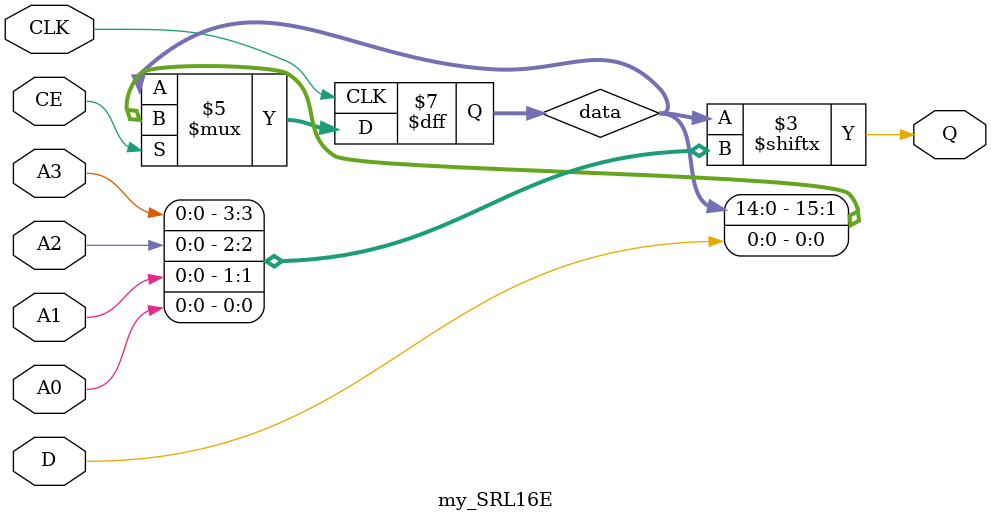
<source format=v>


module my_FDR(
    output reg Q,
    input C,
    input D,
    input R
    );
always @(posedge C) begin
if (R)
    Q <= 0;
else
    Q <= D;
end    
   
endmodule

module my_MULT_AND (  
    input I1,
    input I0,
    output LO
);

assign LO = I1 && I0;
    
endmodule

module my_MUXCY (  
    input DI,
    input CI,
    input S,
    output O
);

assign O = (~S & DI) || (S & CI);
    
endmodule

module my_XORCY (  
    input LI,
    input CI,
    output O
);

assign O = LI ^ CI;
    
endmodule

module my_FDRE (  
    input C,
    input CE,
    input D,
    input R,
    output reg Q
);
always @(posedge C) begin
    if(R) begin
        Q <= 0;
    end
    else begin
        if(CE == 1) begin
            Q <= D;
        end
    end
end
    
endmodule

module my_FDCE (  
    input C,
    input CE,
    input D,
    input CLR,
    output reg Q
);
always @(posedge C or negedge CLR) begin
    if(CLR) begin
        Q <= 0;
    end
    else begin
        if(CE == 1) begin
            Q <= D;
        end
    end
end
    
endmodule

module my_FDSE (  
    input C,
    input CE,
    input D,
    input S,
    output reg Q
);
always @(posedge C) begin
    if(S) begin
        Q <= 1;
    end
    else begin
        if(CE == 1) begin
            Q <= D;
        end
    end
end
    
endmodule

module my_MUXCY_L (  
    input DI,
    input CI,
    input S,
    output LO
);

assign LO = (~S & DI) || (S & CI);
    
endmodule

module my_FDS (  
    input C,
    input D,
    input S,
    output reg Q
);
always @(posedge C) begin
    if(S) begin
        Q <= 1;
    end
    else begin
        Q <= D;
    end
end
    
endmodule

module my_SRL16E #(
  parameter [15:0] INIT = 16'h0000
)(
  output Q,
  input A0,
  input A1,
  input A2,
  input A3,
  input CE,
  input CLK,
  input D
);
  reg  [15:0] data = INIT;
  always @(posedge CLK) begin
    if (CE == 1'b1) begin
      data[15:0] <= {data[14:0], D};
    end
  end
  assign Q = data[{A3, A2, A1, A0}];
endmodule

</source>
